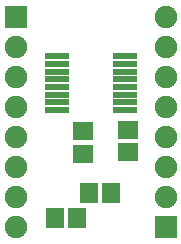
<source format=gts>
G04 DipTrace Beta 3.0.9.0*
G04 BOARD.gts*
%MOIN*%
G04 #@! TF.FileFunction,Soldermask,Top*
G04 #@! TF.Part,Single*
%ADD25R,0.078866X0.023748*%
%ADD27C,0.074929*%
%ADD29R,0.074929X0.074929*%
%ADD31R,0.067055X0.059181*%
%ADD33R,0.059181X0.067055*%
%FSLAX26Y26*%
G04*
G70*
G90*
G75*
G01*
G04 TopMask*
%LPD*%
D33*
X675249Y500251D3*
X600446D3*
X787749Y581500D3*
X712946D3*
D31*
X694000Y787749D3*
Y712946D3*
D29*
X469000Y1169000D3*
D27*
Y1069000D3*
Y969000D3*
Y869000D3*
Y769000D3*
Y669000D3*
Y569000D3*
Y469000D3*
D29*
X969000D3*
D27*
Y569000D3*
Y669000D3*
Y769000D3*
Y869000D3*
Y969000D3*
Y1069000D3*
Y1169000D3*
D31*
X844000Y719000D3*
Y793803D3*
D25*
X606500Y1037751D3*
Y1012160D3*
Y986570D3*
Y960979D3*
Y935388D3*
Y909798D3*
Y884207D3*
Y858617D3*
X834854D3*
X834846Y884207D3*
Y909798D3*
Y935388D3*
Y960979D3*
Y986570D3*
Y1012160D3*
Y1037751D3*
M02*

</source>
